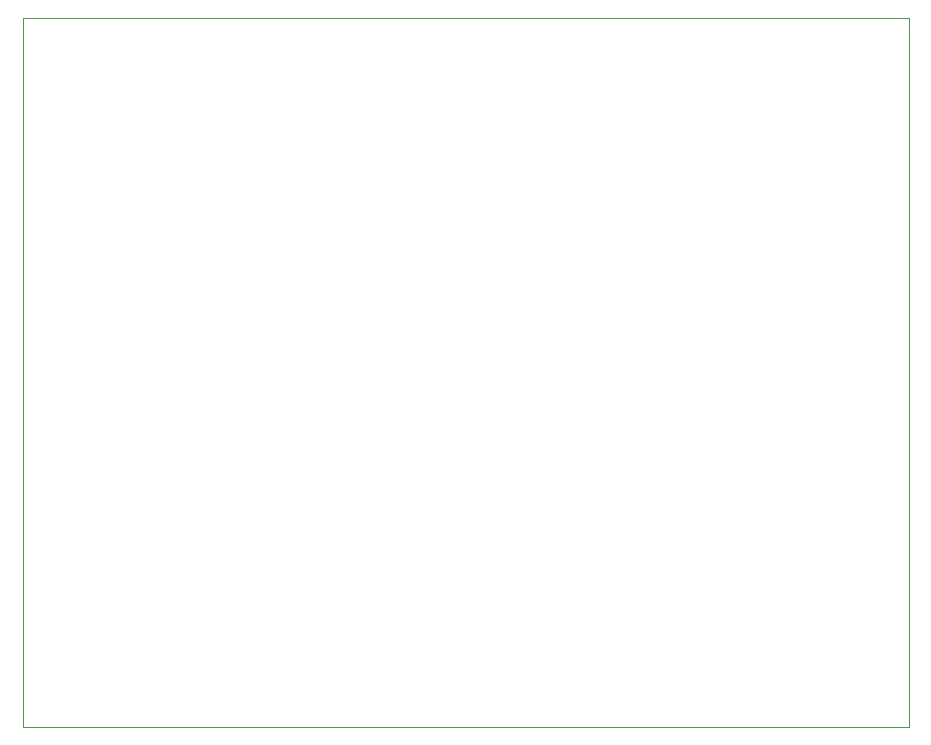
<source format=gbr>
G04 #@! TF.GenerationSoftware,KiCad,Pcbnew,5.1.6-c6e7f7d~87~ubuntu19.10.1*
G04 #@! TF.CreationDate,2020-11-03T03:18:30+01:00*
G04 #@! TF.ProjectId,fusedoctor,66757365-646f-4637-946f-722e6b696361,rev?*
G04 #@! TF.SameCoordinates,Original*
G04 #@! TF.FileFunction,Profile,NP*
%FSLAX46Y46*%
G04 Gerber Fmt 4.6, Leading zero omitted, Abs format (unit mm)*
G04 Created by KiCad (PCBNEW 5.1.6-c6e7f7d~87~ubuntu19.10.1) date 2020-11-03 03:18:30*
%MOMM*%
%LPD*%
G01*
G04 APERTURE LIST*
G04 #@! TA.AperFunction,Profile*
%ADD10C,0.100000*%
G04 #@! TD*
G04 APERTURE END LIST*
D10*
X125000000Y-160000000D02*
X125000000Y-100000000D01*
X50000000Y-160000000D02*
X125000000Y-160000000D01*
X50000000Y-100000000D02*
X50000000Y-160000000D01*
X50000000Y-100000000D02*
X125000000Y-100000000D01*
M02*

</source>
